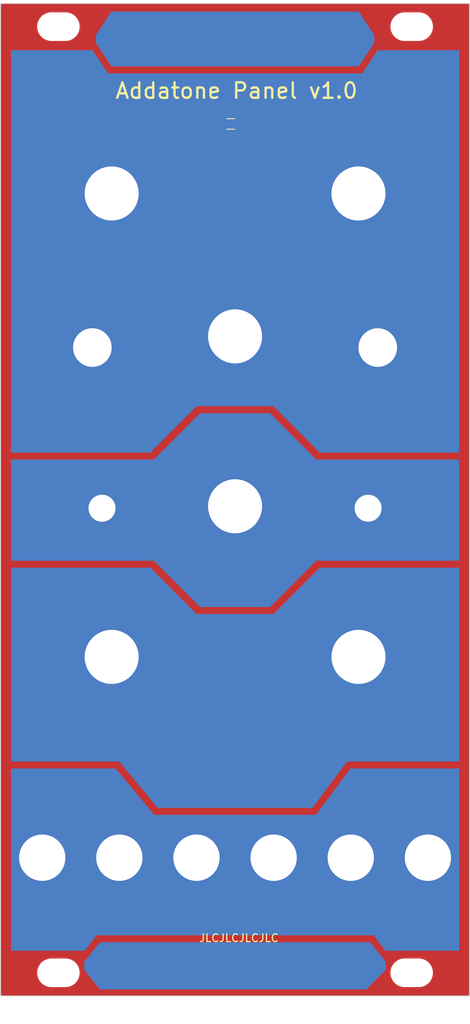
<source format=kicad_pcb>
(kicad_pcb (version 20221018) (generator pcbnew)
  (layers (0 "F.Cu" signal) (31 "B.Cu" signal) (34 "B.Paste" user) (35 "F.Paste" user) (36 "B.SilkS" user "B.Silkscreen") (37 "F.SilkS" user "F.Silkscreen") (38 "B.Mask" user) (39 "F.Mask" user) (44 "Edge.Cuts" user))
  (net 0 "")
  (footprint "Custom_Footprints:Oval_Mounting_Hole" (layer "F.Cu") (at 152.9 43.4)
    (fp_text reference "Ref**" hide)
    (fp_text value "Oval_Mounting_Hole")
    (pad "" np_thru_hole oval (at 0 0) (size 5 3.2) (drill oval 5 3.2) (layers "*.Cu" "*.Mask"))
  )
  (footprint "Custom_Footprints:Oval_Mounting_Hole" (layer "F.Cu") (at 107.1 43.4)
    (fp_text reference "Ref**" hide)
    (fp_text value "Oval_Mounting_Hole")
    (pad "" np_thru_hole oval (at 0 0) (size 5 3.2) (drill oval 5 3.2) (layers "*.Cu" "*.Mask"))
  )
  (footprint "Custom_Footprints:Oval_Mounting_Hole" (layer "F.Cu") (at 152.9 165.9)
    (fp_text reference "Ref**" hide)
    (fp_text value "Oval_Mounting_Hole" hide)
    (pad "" np_thru_hole oval (at 0 0) (size 5 3.2) (drill oval 5 3.2) (layers "*.Cu" "*.Mask"))
  )
  (footprint "Custom_Footprints:Oval_Mounting_Hole" (layer "F.Cu") (at 107.1 165.9)
    (fp_text reference "Ref**" hide)
    (fp_text value "Oval_Mounting_Hole" hide)
    (pad "" np_thru_hole oval (at 0 0) (size 5 3.2) (drill oval 5 3.2) (layers "*.Cu" "*.Mask"))
  )
  (footprint "Custom_Footprints:Alpha_9mm_pot_hole" (layer "F.Cu") (at 114.01 64.99)
    (fp_text reference "Ref**" hide)
    (fp_text value "Alpha_9mm_pot_hole" hide)
    (pad "" np_thru_hole circle (at -0.01 0.01) (size 7 7) (drill 7) (layers "*.Cu" "*.Mask"))
  )
  (footprint "Custom_Footprints:Alpha_9mm_pot_hole" (layer "F.Cu") (at 146 65)
    (fp_text reference "Ref**" hide)
    (fp_text value "Alpha_9mm_pot_hole" hide)
    (pad "" np_thru_hole circle (at 0 0) (size 7 7) (drill 7) (layers "*.Cu" "*.Mask"))
  )
  (footprint "Custom_Footprints:Alpha_9mm_pot_hole" (layer "F.Cu") (at 130 83.5)
    (fp_text reference "Ref**" hide)
    (fp_text value "Alpha_9mm_pot_hole" hide)
    (pad "" np_thru_hole circle (at 0 0) (size 7 7) (drill 7) (layers "*.Cu" "*.Mask"))
  )
  (footprint "Custom_Footprints:Alpha_9mm_pot_hole" (layer "F.Cu") (at 130 105.5)
    (fp_text reference "Ref**" hide)
    (fp_text value "Alpha_9mm_pot_hole" hide)
    (pad "" np_thru_hole circle (at 0 0) (size 7 7) (drill 7) (layers "*.Cu" "*.Mask"))
  )
  (footprint "Custom_Footprints:Alpha_9mm_pot_hole" (layer "F.Cu") (at 114 125)
    (fp_text reference "Ref**" hide)
    (fp_text value "Alpha_9mm_pot_hole" hide)
    (pad "" np_thru_hole circle (at 0 0) (size 7 7) (drill 7) (layers "*.Cu" "*.Mask"))
  )
  (footprint "Custom_Footprints:Alpha_9mm_pot_hole" (layer "F.Cu") (at 146 125)
    (fp_text reference "Ref**" hide)
    (fp_text value "Alpha_9mm_pot_hole" hide)
    (pad "" np_thru_hole circle (at 0 0) (size 7 7) (drill 7) (layers "*.Cu" "*.Mask"))
  )
  (footprint "Custom_Footprints:Thonkiconn_Socket_MountingHole_6mm" (layer "F.Cu") (at 105 151)
    (fp_text reference "Ref**" hide)
    (fp_text value "Thonkiconn_Socket_MountingHole_6mm" hide)
    (pad "" np_thru_hole circle (at 0 0) (size 6 6) (drill 6) (layers "*.Cu" "*.Mask"))
  )
  (footprint "Custom_Footprints:Thonkiconn_Socket_MountingHole_6mm" (layer "F.Cu") (at 115 151)
    (fp_text reference "Ref**" hide)
    (fp_text value "Thonkiconn_Socket_MountingHole_6mm" hide)
    (pad "" np_thru_hole circle (at 0 0) (size 6 6) (drill 6) (layers "*.Cu" "*.Mask"))
  )
  (footprint "Custom_Footprints:Thonkiconn_Socket_MountingHole_6mm" (layer "F.Cu") (at 125 151)
    (fp_text reference "Ref**" hide)
    (fp_text value "Thonkiconn_Socket_MountingHole_6mm" hide)
    (pad "" np_thru_hole circle (at 0 0) (size 6 6) (drill 6) (layers "*.Cu" "*.Mask"))
  )
  (footprint "Custom_Footprints:Thonkiconn_Socket_MountingHole_6mm" (layer "F.Cu") (at 135 151)
    (fp_text reference "Ref**" hide)
    (fp_text value "Thonkiconn_Socket_MountingHole_6mm" hide)
    (pad "" np_thru_hole circle (at 0 0) (size 6 6) (drill 6) (layers "*.Cu" "*.Mask"))
  )
  (footprint "Custom_Footprints:Thonkiconn_Socket_MountingHole_6mm" (layer "F.Cu") (at 145 151)
    (fp_text reference "Ref**" hide)
    (fp_text value "Thonkiconn_Socket_MountingHole_6mm" hide)
    (pad "" np_thru_hole circle (at 0 0) (size 6 6) (drill 6) (layers "*.Cu" "*.Mask"))
  )
  (footprint "Custom_Footprints:Thonkiconn_Socket_MountingHole_6mm" (layer "F.Cu") (at 155 151)
    (fp_text reference "Ref**" hide)
    (fp_text value "Thonkiconn_Socket_MountingHole_6mm" hide)
    (pad "" np_thru_hole circle (at 0 0) (size 6 6) (drill 6) (layers "*.Cu" "*.Mask"))
  )
  (footprint "Custom_Footprints:Sub_Miniature_Switch_MountingHole_5mm" (layer "F.Cu") (at 111.5 84.95)
    (fp_text reference "Ref**" hide)
    (fp_text value "Subminiature_Switch" hide)
    (pad "" np_thru_hole circle (at 0 0) (size 5 5) (drill 5) (layers "*.Cu" "*.Mask"))
  )
  (footprint "Custom_Footprints:Sub_Miniature_Switch_MountingHole_5mm" (layer "F.Cu") (at 148.5 84.95)
    (fp_text reference "Ref**" hide)
    (fp_text value "Subminiature_Switch" hide)
    (pad "" np_thru_hole circle (at 0 0) (size 5 5) (drill 5) (layers "*.Cu" "*.Mask"))
  )
  (footprint "Custom_Footprints:Sub_Miniature_Switch_MountingHole_3.5mm" (layer "F.Cu") (at 112.75 105.75)
    (fp_text reference "Ref**" hide)
    (fp_text value "Subminiature_Switch" hide)
    (pad "" np_thru_hole circle (at 0 0) (size 3.5 3.5) (drill 3.5) (layers "*.Cu" "*.Mask"))
  )
  (footprint "Custom_Footprints:Sub_Miniature_Switch_MountingHole_3.5mm" (layer "F.Cu") (at 147.25 105.75)
    (fp_text reference "Ref**" hide)
    (fp_text value "Subminiature_Switch" hide)
    (pad "" np_thru_hole circle (at 0 0) (size 3.5 3.5) (drill 3.5) (layers "*.Cu" "*.Mask"))
  )
  (footprint "Resistors_SMD:R_0603" (layer "F.Cu") (at 129.43 56)
    (fp_text reference "REF**" hide)
    (fp_text value "R_0603")
    (fp_line (start -0.5 -0.68) (end 0.5 -0.68) (stroke (width 0.12)) (layer "F.SilkS"))
    (fp_line (start 0.5 0.68) (end -0.5 0.68) (stroke (width 0.12)) (layer "F.SilkS"))
    (pad "1" smd rect (at -0.75 0) (size 0.5 0.9) (layers "F.Cu" "F.Paste" "F.Mask"))
    (pad "2" smd rect (at 0.75 0) (size 0.5 0.9) (layers "F.Cu" "F.Paste" "F.Mask"))
  )
  (footprint "Graphics:Addatone" (layer "B.Cu") (at 130 45 180)
    (fp_text reference "G***" hide)
    (fp_text value "LOGO" hide)
  )
  (gr_poly (pts (xy 110.5 163) (xy 101 163) (xy 101 139.5) (xy 114.5 139.5) (xy 119.5 145.5) (xy 140.5 145.5) (xy 145 139.5) (xy 159 139.5) (xy 159 163) (xy 149.5 163) (xy 148 161) (xy 112 161)) (stroke (width 0.1)) (fill solid) (layer "B.Cu"))
  (gr_poly (pts (xy 112 44.5) (xy 114 41.5) (xy 146 41.5) (xy 148 44.5) (xy 148 45.5) (xy 146 48.5) (xy 114 48.5) (xy 112 45.5)) (stroke (width 0.1)) (fill solid) (layer "B.Cu"))
  (gr_poly (pts (xy 149.5 164.5) (xy 149.5 165.5) (xy 147 168) (xy 112.5 168) (xy 110.5 165.5) (xy 110.5 164.5) (xy 112.5 162) (xy 147.5 162)) (stroke (width 0.1)) (fill solid) (layer "B.Cu"))
  (gr_poly (pts (xy 148.5 46.5) (xy 159 46.5) (xy 159 98.5) (xy 141 98.5) (xy 135 92.5) (xy 125 92.5) (xy 119 98.5) (xy 101 98.5) (xy 101 46.5) (xy 111.5 46.5) (xy 113.5 49.5) (xy 146.5 49.5)) (stroke (width 0.1)) (fill solid) (layer "B.Cu"))
  (gr_poly (pts (xy 159 138.5) (xy 144.5 138.5) (xy 140 144.5) (xy 120 144.5) (xy 115 138.5) (xy 101 138.5) (xy 101 113.5) (xy 119 113.5) (xy 125 119.5) (xy 135 119.5) (xy 141 113.5) (xy 159 113.5)) (stroke (width 0.1)) (fill solid) (layer "B.Cu"))
  (gr_poly (pts (xy 140.5 99.5) (xy 159 99.5) (xy 159 112.5) (xy 140.5 112.5) (xy 134.5 118.5) (xy 125.5 118.5) (xy 119.5 112.5) (xy 101 112.5) (xy 101 99.5) (xy 119.5 99.5) (xy 125.5 93.5) (xy 134.5 93.5)) (stroke (width 0.1)) (fill solid) (layer "B.Cu"))
  (gr_line (start 99.6 40.4) (end 99.6 168.9) (stroke (width 0.1)) (layer "Edge.Cuts"))
  (gr_line (start 99.6 168.9) (end 160.4 168.9) (stroke (width 0.1)) (layer "Edge.Cuts"))
  (gr_line (start 99.6 40.4) (end 160.4 40.4) (stroke (width 0.1)) (layer "Edge.Cuts"))
  (gr_line (start 160.4 40.4) (end 160.4 168.9) (stroke (width 0.1)) (layer "Edge.Cuts"))
  (gr_text "Addatone Panel v1.0" (at 130.2 51.7) (layer "F.SilkS") (effects (font (size 2 2) (thickness 0.3))))
  (gr_text "JLCJLCJLCJLC" (at 130.5 161.4) (layer "F.SilkS") (effects (font (size 1 1))))
  (zone (net 0) (net_name "") (layer "F.Cu") (connect_pads (clearance 0.508)) (min_thickness 0.254) (fill yes (thermal_gap 0.508) (thermal_bridge_width 0.508))
    (polygon (pts (xy 99.6 40.4) (xy 160.4 40.4) (xy 160.4 168.9) (xy 99.6 168.9)))
  )
)
</source>
